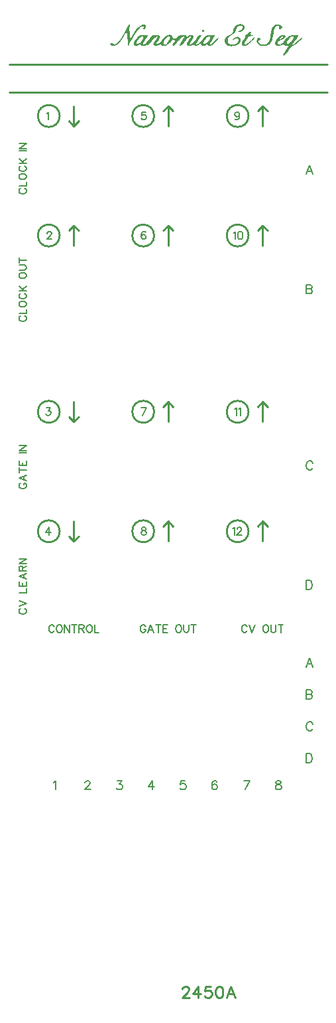
<source format=gto>
G04 Layer: TopSilkscreenLayer*
G04 EasyEDA v6.5.34, 2023-10-02 19:34:43*
G04 64a6683610fa45038fb05069313a4abf,5a6b42c53f6a479593ecc07194224c93,10*
G04 Gerber Generator version 0.2*
G04 Scale: 100 percent, Rotated: No, Reflected: No *
G04 Dimensions in millimeters *
G04 leading zeros omitted , absolute positions ,4 integer and 5 decimal *
%FSLAX45Y45*%
%MOMM*%

%ADD10C,0.2540*%
%ADD11C,0.2032*%

%LPD*%
G36*
X2953562Y12690957D02*
G01*
X2948228Y12690754D01*
X2942793Y12690246D01*
X2937306Y12689382D01*
X2931871Y12688163D01*
X2926384Y12686639D01*
X2921000Y12684709D01*
X2915666Y12682474D01*
X2910433Y12679781D01*
X2905302Y12676784D01*
X2900324Y12673380D01*
X2895498Y12669570D01*
X2890875Y12665405D01*
X2885186Y12659410D01*
X2880106Y12653264D01*
X2875737Y12647015D01*
X2872079Y12640767D01*
X2869133Y12634468D01*
X2866999Y12628321D01*
X2865678Y12622276D01*
X2865221Y12616484D01*
X2864866Y12605816D01*
X2864358Y12601194D01*
X2863596Y12596977D01*
X2862478Y12593066D01*
X2860954Y12589408D01*
X2858973Y12585954D01*
X2856534Y12582601D01*
X2853486Y12579299D01*
X2849880Y12575997D01*
X2845562Y12572593D01*
X2840532Y12569037D01*
X2828036Y12561214D01*
X2811983Y12551968D01*
X2800502Y12544958D01*
X2790291Y12537490D01*
X2781350Y12529616D01*
X2777388Y12525603D01*
X2773730Y12521488D01*
X2770428Y12517323D01*
X2767431Y12513106D01*
X2764790Y12508839D01*
X2762453Y12504521D01*
X2760472Y12500203D01*
X2758846Y12495885D01*
X2757525Y12491516D01*
X2756560Y12487148D01*
X2755900Y12482779D01*
X2755595Y12478461D01*
X2755646Y12474143D01*
X2756052Y12469825D01*
X2756763Y12465558D01*
X2757881Y12461341D01*
X2759303Y12457176D01*
X2761081Y12453061D01*
X2763215Y12449048D01*
X2765704Y12445034D01*
X2768549Y12441174D01*
X2771749Y12437364D01*
X2775305Y12433706D01*
X2779217Y12430099D01*
X2783484Y12426645D01*
X2788158Y12423292D01*
X2792272Y12420701D01*
X2796590Y12418415D01*
X2801162Y12416434D01*
X2805938Y12414707D01*
X2810865Y12413284D01*
X2815945Y12412116D01*
X2821228Y12411202D01*
X2826613Y12410541D01*
X2837637Y12409932D01*
X2849016Y12410287D01*
X2854807Y12410795D01*
X2866339Y12412472D01*
X2877870Y12414961D01*
X2889199Y12418212D01*
X2900172Y12422225D01*
X2910687Y12426848D01*
X2920644Y12432080D01*
X2929788Y12437872D01*
X2934055Y12440970D01*
X2941828Y12447524D01*
X2945333Y12450978D01*
X2948533Y12454534D01*
X2951378Y12458141D01*
X2953969Y12461900D01*
X2956153Y12465710D01*
X2958033Y12469571D01*
X2959506Y12473533D01*
X2960573Y12477597D01*
X2961182Y12481661D01*
X2961436Y12485827D01*
X2961182Y12491212D01*
X2960471Y12496292D01*
X2959303Y12501067D01*
X2957677Y12505436D01*
X2955645Y12509500D01*
X2953258Y12513208D01*
X2950514Y12516510D01*
X2947416Y12519456D01*
X2943961Y12521996D01*
X2940253Y12524181D01*
X2936290Y12526010D01*
X2932074Y12527381D01*
X2927604Y12528346D01*
X2922981Y12528956D01*
X2918104Y12529108D01*
X2913126Y12528854D01*
X2908046Y12528143D01*
X2902813Y12527026D01*
X2897479Y12525451D01*
X2892094Y12523419D01*
X2886710Y12520930D01*
X2881274Y12517983D01*
X2875838Y12514580D01*
X2870454Y12510719D01*
X2863697Y12505334D01*
X2858414Y12500660D01*
X2854553Y12496749D01*
X2852115Y12493599D01*
X2851099Y12491262D01*
X2851404Y12489738D01*
X2853029Y12489129D01*
X2855976Y12489383D01*
X2860192Y12490602D01*
X2865628Y12492786D01*
X2872333Y12495936D01*
X2885744Y12503048D01*
X2891078Y12505436D01*
X2896158Y12507264D01*
X2900934Y12508687D01*
X2905455Y12509601D01*
X2909722Y12510058D01*
X2913684Y12510109D01*
X2917342Y12509754D01*
X2920644Y12508992D01*
X2923641Y12507874D01*
X2926283Y12506452D01*
X2928569Y12504674D01*
X2930499Y12502591D01*
X2932074Y12500203D01*
X2933242Y12497562D01*
X2934055Y12494717D01*
X2934411Y12491618D01*
X2934360Y12488316D01*
X2933903Y12484811D01*
X2932938Y12481204D01*
X2931566Y12477394D01*
X2929737Y12473482D01*
X2927451Y12469520D01*
X2924657Y12465405D01*
X2921355Y12461290D01*
X2917545Y12457074D01*
X2913227Y12452908D01*
X2908350Y12448692D01*
X2903626Y12445034D01*
X2898800Y12441732D01*
X2893872Y12438786D01*
X2888945Y12436195D01*
X2883966Y12433960D01*
X2878988Y12432030D01*
X2874010Y12430506D01*
X2869031Y12429286D01*
X2864104Y12428372D01*
X2859176Y12427813D01*
X2854350Y12427559D01*
X2849575Y12427610D01*
X2844901Y12428016D01*
X2840329Y12428677D01*
X2835859Y12429642D01*
X2831541Y12430912D01*
X2827375Y12432487D01*
X2823362Y12434316D01*
X2819552Y12436449D01*
X2815945Y12438837D01*
X2812542Y12441478D01*
X2809392Y12444425D01*
X2806446Y12447574D01*
X2803753Y12451029D01*
X2801366Y12454686D01*
X2799283Y12458598D01*
X2797454Y12462764D01*
X2795981Y12467132D01*
X2794863Y12471755D01*
X2794050Y12476581D01*
X2793644Y12481661D01*
X2793593Y12486894D01*
X2793847Y12491415D01*
X2794355Y12495784D01*
X2795168Y12500000D01*
X2796286Y12504064D01*
X2797657Y12508077D01*
X2799384Y12511938D01*
X2801467Y12515748D01*
X2803855Y12519507D01*
X2806598Y12523165D01*
X2809697Y12526822D01*
X2817063Y12534036D01*
X2826054Y12541300D01*
X2836773Y12548666D01*
X2849372Y12556286D01*
X2863850Y12564262D01*
X2869996Y12567869D01*
X2875635Y12571933D01*
X2880664Y12576352D01*
X2885135Y12581128D01*
X2888945Y12586157D01*
X2892044Y12591440D01*
X2894380Y12596926D01*
X2896006Y12602514D01*
X2899968Y12618923D01*
X2902204Y12626136D01*
X2904591Y12632791D01*
X2907131Y12638836D01*
X2909874Y12644374D01*
X2912872Y12649301D01*
X2916021Y12653670D01*
X2919425Y12657582D01*
X2923082Y12660985D01*
X2926994Y12663881D01*
X2931160Y12666268D01*
X2935630Y12668250D01*
X2940354Y12669824D01*
X2945434Y12670942D01*
X2950819Y12671653D01*
X2957525Y12672060D01*
X2963468Y12672009D01*
X2968701Y12671501D01*
X2973222Y12670485D01*
X2976981Y12669012D01*
X2980080Y12667030D01*
X2982366Y12664592D01*
X2983992Y12661696D01*
X2985312Y12656769D01*
X2985617Y12651587D01*
X2984957Y12646202D01*
X2983433Y12640818D01*
X2981096Y12635484D01*
X2977997Y12630302D01*
X2974238Y12625374D01*
X2969869Y12620802D01*
X2965043Y12616789D01*
X2959709Y12613335D01*
X2954070Y12610592D01*
X2940761Y12606274D01*
X2934716Y12603276D01*
X2930093Y12599924D01*
X2927146Y12596520D01*
X2926080Y12593320D01*
X2926943Y12590678D01*
X2930042Y12588900D01*
X2935528Y12588240D01*
X2940761Y12588494D01*
X2946349Y12589408D01*
X2952089Y12590780D01*
X2957931Y12592659D01*
X2963875Y12594945D01*
X2969768Y12597587D01*
X2975508Y12600584D01*
X2981147Y12603886D01*
X2986481Y12607391D01*
X2991459Y12611100D01*
X2996031Y12614960D01*
X3000146Y12618923D01*
X3003702Y12622936D01*
X3006598Y12626949D01*
X3008782Y12630912D01*
X3010204Y12634772D01*
X3011220Y12639852D01*
X3011728Y12644780D01*
X3011678Y12649454D01*
X3011170Y12653924D01*
X3010103Y12658191D01*
X3008630Y12662255D01*
X3006699Y12666014D01*
X3004362Y12669570D01*
X3001619Y12672872D01*
X2998571Y12675920D01*
X2995168Y12678714D01*
X2991408Y12681204D01*
X2987446Y12683490D01*
X2983179Y12685420D01*
X2978658Y12687096D01*
X2973984Y12688468D01*
X2969056Y12689586D01*
X2964027Y12690348D01*
X2958846Y12690805D01*
G37*
G36*
X1536192Y12690094D02*
G01*
X1534820Y12689687D01*
X1533093Y12688468D01*
X1531061Y12686487D01*
X1526184Y12680492D01*
X1520291Y12671958D01*
X1513636Y12661239D01*
X1506423Y12648641D01*
X1498803Y12634468D01*
X1491030Y12619126D01*
X1474622Y12585649D01*
X1466189Y12569545D01*
X1457706Y12554153D01*
X1449222Y12539573D01*
X1440789Y12525756D01*
X1432407Y12512802D01*
X1424127Y12500660D01*
X1415999Y12489484D01*
X1407972Y12479172D01*
X1400149Y12469825D01*
X1392529Y12461494D01*
X1385112Y12454128D01*
X1378000Y12447879D01*
X1371142Y12442647D01*
X1364640Y12438583D01*
X1358493Y12435636D01*
X1352702Y12433858D01*
X1347317Y12433300D01*
X1344828Y12433503D01*
X1342390Y12434011D01*
X1340104Y12434824D01*
X1337919Y12435941D01*
X1335887Y12437414D01*
X1333957Y12439243D01*
X1332179Y12441377D01*
X1326997Y12446406D01*
X1320800Y12449606D01*
X1314145Y12450724D01*
X1307592Y12449556D01*
X1300988Y12446406D01*
X1296517Y12442748D01*
X1294231Y12438735D01*
X1294028Y12434468D01*
X1295958Y12430048D01*
X1299921Y12425629D01*
X1305966Y12421260D01*
X1313992Y12417094D01*
X1317396Y12415723D01*
X1324305Y12413742D01*
X1331366Y12412726D01*
X1338630Y12412726D01*
X1346047Y12413691D01*
X1353566Y12415672D01*
X1361236Y12418568D01*
X1369009Y12422428D01*
X1376934Y12427254D01*
X1384909Y12433046D01*
X1393037Y12439700D01*
X1401216Y12447371D01*
X1409496Y12455906D01*
X1417878Y12465354D01*
X1426260Y12475718D01*
X1434744Y12486995D01*
X1443228Y12499187D01*
X1451762Y12512192D01*
X1460347Y12526162D01*
X1468932Y12540945D01*
X1479346Y12559792D01*
X1488846Y12576403D01*
X1492402Y12582093D01*
X1495298Y12586106D01*
X1497685Y12588494D01*
X1499616Y12589459D01*
X1501241Y12588951D01*
X1502664Y12587173D01*
X1503934Y12584125D01*
X1505254Y12579959D01*
X1507286Y12571933D01*
X1508607Y12564567D01*
X1511350Y12543942D01*
X1513941Y12517932D01*
X1516024Y12489535D01*
X1520393Y12409678D01*
X1520698Y12409728D01*
X1522831Y12412827D01*
X1532585Y12429388D01*
X1548028Y12457176D01*
X1577238Y12511227D01*
X1585925Y12526772D01*
X1594612Y12541707D01*
X1603248Y12555931D01*
X1611833Y12569444D01*
X1620316Y12582194D01*
X1628749Y12594132D01*
X1636979Y12605308D01*
X1645107Y12615570D01*
X1653032Y12625019D01*
X1660702Y12633502D01*
X1668170Y12641021D01*
X1675333Y12647625D01*
X1682191Y12653162D01*
X1688744Y12657683D01*
X1694942Y12661087D01*
X1697888Y12662408D01*
X1703527Y12664135D01*
X1706168Y12664592D01*
X1708708Y12664744D01*
X1715312Y12663678D01*
X1718868Y12660172D01*
X1719529Y12653619D01*
X1716074Y12635788D01*
X1715770Y12629794D01*
X1716684Y12625578D01*
X1718716Y12623190D01*
X1721815Y12622631D01*
X1725930Y12624003D01*
X1731010Y12627203D01*
X1736902Y12632436D01*
X1740560Y12636652D01*
X1743354Y12641427D01*
X1745437Y12646558D01*
X1746707Y12651943D01*
X1747215Y12657378D01*
X1747012Y12662763D01*
X1746046Y12667945D01*
X1744421Y12672771D01*
X1742084Y12677140D01*
X1739087Y12680797D01*
X1735378Y12683693D01*
X1731111Y12685623D01*
X1727606Y12686538D01*
X1724050Y12687147D01*
X1720392Y12687503D01*
X1712975Y12687249D01*
X1709166Y12686741D01*
X1701342Y12684760D01*
X1697329Y12683388D01*
X1689201Y12679730D01*
X1685086Y12677546D01*
X1676704Y12672263D01*
X1668170Y12665913D01*
X1659483Y12658547D01*
X1650695Y12650114D01*
X1641805Y12640665D01*
X1632864Y12630251D01*
X1623872Y12618872D01*
X1614830Y12606477D01*
X1605788Y12593218D01*
X1596745Y12578994D01*
X1587754Y12563856D01*
X1578813Y12547854D01*
X1548384Y12491720D01*
X1541526Y12581229D01*
X1539849Y12613640D01*
X1539494Y12628524D01*
X1539443Y12642037D01*
X1539748Y12653670D01*
X1540306Y12663068D01*
X1541221Y12669875D01*
X1543710Y12680137D01*
X1543405Y12685725D01*
X1540916Y12689078D01*
G37*
G36*
X3428847Y12688316D02*
G01*
X3423818Y12688062D01*
X3418789Y12687452D01*
X3413861Y12686538D01*
X3408934Y12685268D01*
X3404158Y12683693D01*
X3399485Y12681712D01*
X3394964Y12679375D01*
X3390646Y12676682D01*
X3384092Y12671602D01*
X3378047Y12665710D01*
X3372459Y12659004D01*
X3367328Y12651384D01*
X3364890Y12647218D01*
X3360420Y12638176D01*
X3356356Y12628168D01*
X3352749Y12617145D01*
X3349447Y12605054D01*
X3346551Y12591897D01*
X3344011Y12577572D01*
X3341827Y12562027D01*
X3339846Y12545212D01*
X3337712Y12529566D01*
X3335426Y12515900D01*
X3332734Y12503912D01*
X3329686Y12493294D01*
X3325977Y12483795D01*
X3323945Y12479274D01*
X3319221Y12470790D01*
X3313633Y12462560D01*
X3307079Y12454331D01*
X3299460Y12445796D01*
X3295243Y12441783D01*
X3290620Y12438227D01*
X3285591Y12435179D01*
X3280206Y12432588D01*
X3274567Y12430506D01*
X3268675Y12428880D01*
X3262629Y12427712D01*
X3256432Y12427102D01*
X3250133Y12426899D01*
X3243834Y12427254D01*
X3237534Y12428118D01*
X3231286Y12429439D01*
X3225139Y12431318D01*
X3219145Y12433655D01*
X3213404Y12436500D01*
X3207918Y12439904D01*
X3202787Y12443968D01*
X3198469Y12448540D01*
X3194862Y12453467D01*
X3192119Y12458547D01*
X3190189Y12463678D01*
X3189071Y12468656D01*
X3188868Y12473330D01*
X3189528Y12477496D01*
X3191103Y12481052D01*
X3193643Y12483795D01*
X3197148Y12485573D01*
X3207359Y12487249D01*
X3211423Y12490145D01*
X3213709Y12494361D01*
X3214370Y12499390D01*
X3213303Y12504724D01*
X3210610Y12509855D01*
X3206292Y12514326D01*
X3200349Y12517577D01*
X3195370Y12518694D01*
X3190494Y12518440D01*
X3185769Y12516916D01*
X3181350Y12514275D01*
X3177235Y12510668D01*
X3173628Y12506198D01*
X3170529Y12501016D01*
X3168091Y12495276D01*
X3166414Y12489078D01*
X3165500Y12482576D01*
X3165551Y12475921D01*
X3166618Y12469164D01*
X3168142Y12463678D01*
X3170123Y12458446D01*
X3172409Y12453416D01*
X3175101Y12448641D01*
X3178098Y12444120D01*
X3181451Y12439853D01*
X3185109Y12435890D01*
X3189071Y12432131D01*
X3193288Y12428728D01*
X3197809Y12425527D01*
X3202533Y12422632D01*
X3207512Y12420041D01*
X3212693Y12417755D01*
X3218129Y12415774D01*
X3223666Y12414097D01*
X3229406Y12412726D01*
X3235299Y12411659D01*
X3241344Y12410897D01*
X3247491Y12410490D01*
X3253740Y12410440D01*
X3260090Y12410694D01*
X3266490Y12411303D01*
X3272942Y12412268D01*
X3279444Y12413589D01*
X3285947Y12415266D01*
X3292500Y12417348D01*
X3299002Y12419736D01*
X3309670Y12424562D01*
X3317544Y12429032D01*
X3324758Y12434112D01*
X3331362Y12439904D01*
X3334512Y12443053D01*
X3340303Y12450013D01*
X3343046Y12453823D01*
X3348177Y12462205D01*
X3352850Y12471552D01*
X3357168Y12482017D01*
X3361131Y12493701D01*
X3364788Y12506655D01*
X3368243Y12520930D01*
X3371443Y12536678D01*
X3377539Y12573203D01*
X3380892Y12591694D01*
X3384499Y12608052D01*
X3388360Y12622428D01*
X3390392Y12628880D01*
X3394710Y12640310D01*
X3399434Y12649911D01*
X3401923Y12653975D01*
X3404514Y12657632D01*
X3407206Y12660884D01*
X3410000Y12663678D01*
X3412947Y12666014D01*
X3415995Y12667996D01*
X3419144Y12669570D01*
X3422446Y12670688D01*
X3425850Y12671450D01*
X3429406Y12671856D01*
X3433114Y12671856D01*
X3436975Y12671450D01*
X3441598Y12670536D01*
X3445408Y12669113D01*
X3448456Y12667132D01*
X3450691Y12664490D01*
X3452266Y12661087D01*
X3453129Y12656870D01*
X3453485Y12651740D01*
X3453028Y12639446D01*
X3453231Y12634264D01*
X3453892Y12630099D01*
X3455009Y12626848D01*
X3456584Y12624612D01*
X3458667Y12623342D01*
X3461156Y12623038D01*
X3464153Y12623647D01*
X3467608Y12625273D01*
X3471570Y12627864D01*
X3475990Y12631420D01*
X3480866Y12635941D01*
X3483914Y12639243D01*
X3486302Y12642545D01*
X3488029Y12645796D01*
X3489198Y12649047D01*
X3489756Y12652248D01*
X3489807Y12655397D01*
X3489299Y12658496D01*
X3488334Y12661493D01*
X3486861Y12664389D01*
X3485032Y12667183D01*
X3482746Y12669875D01*
X3480054Y12672466D01*
X3477056Y12674854D01*
X3473704Y12677140D01*
X3470097Y12679222D01*
X3462070Y12682829D01*
X3457701Y12684353D01*
X3448507Y12686690D01*
X3443732Y12687503D01*
X3438804Y12688062D01*
X3433876Y12688316D01*
G37*
G36*
X2471978Y12620853D02*
G01*
X2467203Y12618466D01*
X2464460Y12613284D01*
X2463596Y12605207D01*
X2464460Y12597130D01*
X2467203Y12591948D01*
X2471978Y12589560D01*
X2478887Y12589814D01*
X2484831Y12591948D01*
X2489657Y12595555D01*
X2492959Y12600127D01*
X2494178Y12605207D01*
X2492959Y12610287D01*
X2489657Y12614910D01*
X2484831Y12618516D01*
X2478887Y12620599D01*
G37*
G36*
X3081934Y12596571D02*
G01*
X3078073Y12595961D01*
X3073857Y12594539D01*
X3069437Y12592253D01*
X3064967Y12589154D01*
X3060547Y12585293D01*
X3056280Y12580721D01*
X3045764Y12567208D01*
X3038398Y12560452D01*
X3031185Y12555880D01*
X3024987Y12554204D01*
X3020161Y12553340D01*
X3016961Y12550851D01*
X3015742Y12547142D01*
X3017113Y12539522D01*
X3016808Y12535662D01*
X3015742Y12530988D01*
X3014014Y12525756D01*
X3011627Y12520066D01*
X3008680Y12514122D01*
X3005226Y12508077D01*
X2996082Y12494412D01*
X2987344Y12480493D01*
X2983839Y12474194D01*
X2980893Y12468301D01*
X2978505Y12462764D01*
X2976626Y12457633D01*
X2975305Y12452807D01*
X2974543Y12448286D01*
X2974289Y12444069D01*
X2974543Y12440107D01*
X2975356Y12436398D01*
X2976626Y12432842D01*
X2978454Y12429540D01*
X2980791Y12426340D01*
X2983585Y12423292D01*
X2989478Y12417958D01*
X2994914Y12414046D01*
X3000146Y12411557D01*
X3005480Y12410440D01*
X3011271Y12410643D01*
X3017774Y12412167D01*
X3025241Y12415012D01*
X3034080Y12419126D01*
X3042361Y12423952D01*
X3052013Y12430760D01*
X3062630Y12439142D01*
X3073806Y12448641D01*
X3085134Y12458954D01*
X3096260Y12469622D01*
X3106775Y12480340D01*
X3116275Y12490602D01*
X3124301Y12500102D01*
X3130550Y12508433D01*
X3132836Y12511989D01*
X3134563Y12515138D01*
X3135579Y12517780D01*
X3135934Y12519863D01*
X3135325Y12521946D01*
X3133598Y12522454D01*
X3130854Y12521539D01*
X3127146Y12519202D01*
X3122676Y12515596D01*
X3117443Y12510668D01*
X3111550Y12504572D01*
X3100832Y12492532D01*
X3091383Y12482779D01*
X3080969Y12472974D01*
X3069996Y12463373D01*
X3058820Y12454382D01*
X3047847Y12446152D01*
X3037382Y12439040D01*
X3027883Y12433249D01*
X3019704Y12429134D01*
X3016199Y12427813D01*
X3013151Y12426950D01*
X3010611Y12426696D01*
X3008020Y12427153D01*
X3006293Y12428524D01*
X3005328Y12430861D01*
X3005175Y12434112D01*
X3005886Y12438227D01*
X3007360Y12443256D01*
X3009646Y12449200D01*
X3012744Y12456058D01*
X3016656Y12463780D01*
X3021330Y12472365D01*
X3033166Y12492126D01*
X3044190Y12509296D01*
X3048914Y12515951D01*
X3053232Y12521488D01*
X3057347Y12526010D01*
X3061309Y12529566D01*
X3065322Y12532309D01*
X3069437Y12534341D01*
X3073857Y12535763D01*
X3078632Y12536627D01*
X3083966Y12537084D01*
X3089910Y12537186D01*
X3101086Y12537846D01*
X3110179Y12539675D01*
X3116376Y12542418D01*
X3118662Y12545720D01*
X3116783Y12549022D01*
X3111703Y12551714D01*
X3104235Y12553543D01*
X3095040Y12554204D01*
X3084118Y12554661D01*
X3078581Y12556337D01*
X3077972Y12559487D01*
X3086049Y12569240D01*
X3089351Y12574879D01*
X3091637Y12580569D01*
X3092450Y12585649D01*
X3091942Y12589814D01*
X3090519Y12592913D01*
X3088284Y12595098D01*
X3085388Y12596317D01*
G37*
G36*
X2049475Y12554204D02*
G01*
X2045157Y12554000D01*
X2040686Y12553492D01*
X2036114Y12552578D01*
X2031390Y12551359D01*
X2021738Y12547955D01*
X2016810Y12545822D01*
X2006904Y12540691D01*
X2001926Y12537795D01*
X1992122Y12531242D01*
X1982571Y12523825D01*
X1973478Y12515748D01*
X1964893Y12507061D01*
X1957070Y12497917D01*
X1950161Y12488367D01*
X1947062Y12483490D01*
X1941372Y12473838D01*
X1937664Y12469012D01*
X1933295Y12464084D01*
X1928418Y12459208D01*
X1923186Y12454483D01*
X1917649Y12449911D01*
X1909878Y12444222D01*
X1974494Y12444222D01*
X1974748Y12449251D01*
X1975408Y12454382D01*
X1976577Y12459614D01*
X1978101Y12464897D01*
X1980031Y12470282D01*
X1982266Y12475616D01*
X1984806Y12480950D01*
X1987651Y12486233D01*
X1994052Y12496495D01*
X2001215Y12506096D01*
X2004974Y12510617D01*
X2012797Y12518847D01*
X2016810Y12522555D01*
X2020773Y12525857D01*
X2024735Y12528804D01*
X2028647Y12531344D01*
X2032457Y12533426D01*
X2036165Y12535052D01*
X2039721Y12536170D01*
X2043125Y12536728D01*
X2046325Y12536728D01*
X2049272Y12536170D01*
X2051913Y12534950D01*
X2054301Y12533020D01*
X2056333Y12530429D01*
X2057247Y12527686D01*
X2057298Y12523825D01*
X2056485Y12519101D01*
X2054961Y12513564D01*
X2052777Y12507366D01*
X2050034Y12500711D01*
X2046833Y12493752D01*
X2043175Y12486589D01*
X2039162Y12479375D01*
X2034895Y12472314D01*
X2030475Y12465507D01*
X2025954Y12459106D01*
X2021382Y12453264D01*
X2016912Y12448133D01*
X2012543Y12443815D01*
X2008428Y12440564D01*
X1999284Y12434570D01*
X1991817Y12430455D01*
X1985924Y12428067D01*
X1981403Y12427610D01*
X1978152Y12428931D01*
X1976018Y12432131D01*
X1974850Y12437262D01*
X1974494Y12444222D01*
X1909878Y12444222D01*
X1900936Y12438430D01*
X1895805Y12435586D01*
X1891030Y12433452D01*
X1886864Y12431979D01*
X1883359Y12431369D01*
X1880717Y12431674D01*
X1878990Y12432995D01*
X1878431Y12435433D01*
X1878939Y12438126D01*
X1880565Y12442088D01*
X1883054Y12447117D01*
X1886356Y12453061D01*
X1894941Y12466777D01*
X1914194Y12494107D01*
X1921002Y12505029D01*
X1925929Y12514529D01*
X1927656Y12518796D01*
X1928875Y12522758D01*
X1929638Y12526365D01*
X1929892Y12529718D01*
X1929587Y12532766D01*
X1928825Y12535560D01*
X1927555Y12538100D01*
X1925726Y12540386D01*
X1923389Y12542418D01*
X1920544Y12544196D01*
X1917141Y12545771D01*
X1913229Y12547142D01*
X1908759Y12548311D01*
X1898243Y12550089D01*
X1885492Y12551156D01*
X1830374Y12553035D01*
X1796135Y12504521D01*
X1786940Y12492837D01*
X1776882Y12481153D01*
X1766366Y12469825D01*
X1755698Y12459157D01*
X1745234Y12449505D01*
X1735277Y12441123D01*
X1726234Y12434366D01*
X1718411Y12429540D01*
X1715058Y12427966D01*
X1712163Y12427000D01*
X1709724Y12426696D01*
X1708302Y12427000D01*
X1707388Y12427915D01*
X1706930Y12429490D01*
X1707032Y12431623D01*
X1707642Y12434366D01*
X1710232Y12441529D01*
X1714754Y12450876D01*
X1721053Y12462256D01*
X1729181Y12475514D01*
X1739036Y12490653D01*
X1750415Y12507468D01*
X1760778Y12523419D01*
X1768602Y12536424D01*
X1773021Y12544806D01*
X1773580Y12546787D01*
X1772564Y12547955D01*
X1769618Y12549022D01*
X1764893Y12550038D01*
X1758696Y12550952D01*
X1742592Y12552375D01*
X1722882Y12553086D01*
X1703324Y12552984D01*
X1695297Y12552629D01*
X1688134Y12551918D01*
X1681784Y12550851D01*
X1676044Y12549327D01*
X1670659Y12547396D01*
X1665528Y12544907D01*
X1660448Y12541808D01*
X1655267Y12538151D01*
X1643888Y12528600D01*
X1634185Y12519355D01*
X1625600Y12509906D01*
X1618132Y12500356D01*
X1611731Y12490856D01*
X1606397Y12481407D01*
X1602181Y12472212D01*
X1599031Y12463272D01*
X1596948Y12454788D01*
X1595882Y12446812D01*
X1595806Y12443968D01*
X1625803Y12443968D01*
X1626057Y12448286D01*
X1627174Y12453264D01*
X1629105Y12458903D01*
X1631797Y12465050D01*
X1635251Y12471654D01*
X1639366Y12478613D01*
X1644142Y12485827D01*
X1649475Y12493193D01*
X1655368Y12500610D01*
X1661718Y12507976D01*
X1667052Y12513665D01*
X1672132Y12518694D01*
X1677060Y12523165D01*
X1681734Y12526975D01*
X1686204Y12530124D01*
X1690370Y12532715D01*
X1694281Y12534646D01*
X1697837Y12535916D01*
X1701088Y12536525D01*
X1703984Y12536525D01*
X1706473Y12535814D01*
X1708556Y12534442D01*
X1710232Y12532410D01*
X1711452Y12529667D01*
X1712214Y12526264D01*
X1712468Y12522149D01*
X1712112Y12517628D01*
X1711147Y12512852D01*
X1709572Y12507823D01*
X1707438Y12502591D01*
X1704848Y12497257D01*
X1698294Y12486386D01*
X1694535Y12481001D01*
X1686102Y12470384D01*
X1676907Y12460528D01*
X1667357Y12451689D01*
X1662531Y12447828D01*
X1657807Y12444374D01*
X1653184Y12441428D01*
X1648714Y12438938D01*
X1644446Y12437059D01*
X1640433Y12435840D01*
X1636776Y12435230D01*
X1633423Y12435382D01*
X1630476Y12436297D01*
X1628038Y12438024D01*
X1626412Y12440513D01*
X1625803Y12443968D01*
X1595806Y12443968D01*
X1595882Y12439396D01*
X1596288Y12435992D01*
X1596948Y12432741D01*
X1597863Y12429693D01*
X1599031Y12426899D01*
X1600454Y12424308D01*
X1602130Y12421971D01*
X1604060Y12419888D01*
X1606296Y12418060D01*
X1608734Y12416485D01*
X1611426Y12415215D01*
X1614373Y12414300D01*
X1617573Y12413640D01*
X1620977Y12413335D01*
X1624685Y12413386D01*
X1628648Y12413742D01*
X1632813Y12414504D01*
X1637233Y12415672D01*
X1641906Y12417196D01*
X1646834Y12419126D01*
X1659331Y12424918D01*
X1665325Y12427356D01*
X1670253Y12428778D01*
X1674317Y12429236D01*
X1677873Y12428677D01*
X1681022Y12427153D01*
X1684172Y12424562D01*
X1687474Y12421006D01*
X1693164Y12416129D01*
X1700123Y12413284D01*
X1707896Y12412573D01*
X1716227Y12414046D01*
X1724964Y12416180D01*
X1735480Y12417806D01*
X1746351Y12418771D01*
X1760575Y12419025D01*
X1764690Y12419634D01*
X1768805Y12420854D01*
X1772920Y12422733D01*
X1777136Y12425324D01*
X1781556Y12428626D01*
X1786178Y12432792D01*
X1791157Y12437821D01*
X1796542Y12443815D01*
X1808683Y12458801D01*
X1820773Y12474651D01*
X1831238Y12487402D01*
X1841703Y12499136D01*
X1852066Y12509652D01*
X1861972Y12518745D01*
X1871319Y12526314D01*
X1879854Y12532106D01*
X1883714Y12534290D01*
X1887270Y12535966D01*
X1890572Y12537135D01*
X1893468Y12537744D01*
X1896059Y12537795D01*
X1898192Y12537236D01*
X1899920Y12536068D01*
X1900123Y12534442D01*
X1899157Y12531242D01*
X1897024Y12526772D01*
X1893925Y12521082D01*
X1889963Y12514478D01*
X1879752Y12499035D01*
X1867611Y12482118D01*
X1857603Y12467386D01*
X1853692Y12461036D01*
X1850491Y12455296D01*
X1848053Y12450165D01*
X1846275Y12445542D01*
X1845208Y12441326D01*
X1844802Y12437567D01*
X1845056Y12434163D01*
X1846021Y12431064D01*
X1847596Y12428270D01*
X1849882Y12425629D01*
X1852726Y12423140D01*
X1856232Y12420803D01*
X1860397Y12418466D01*
X1865223Y12416536D01*
X1870710Y12415266D01*
X1876704Y12414758D01*
X1883054Y12414859D01*
X1889506Y12415570D01*
X1896008Y12416891D01*
X1902358Y12418669D01*
X1908352Y12421006D01*
X1913889Y12423749D01*
X1918766Y12426899D01*
X1922830Y12430455D01*
X1925929Y12434316D01*
X1929485Y12436703D01*
X1934819Y12435941D01*
X1941575Y12432182D01*
X1954225Y12421260D01*
X1958949Y12417755D01*
X1963674Y12415164D01*
X1968449Y12413335D01*
X1973427Y12412370D01*
X1978710Y12412116D01*
X1984349Y12412624D01*
X1990547Y12413843D01*
X1996541Y12415570D01*
X2002840Y12417907D01*
X2009343Y12420752D01*
X2015947Y12424054D01*
X2022551Y12427762D01*
X2029155Y12431826D01*
X2041855Y12440716D01*
X2047849Y12445441D01*
X2058619Y12455144D01*
X2063292Y12460020D01*
X2067306Y12464796D01*
X2070658Y12469418D01*
X2073300Y12473838D01*
X2078685Y12486030D01*
X2083562Y12490450D01*
X2090369Y12491567D01*
X2099665Y12489738D01*
X2108555Y12486995D01*
X2114956Y12484557D01*
X2119020Y12482017D01*
X2120798Y12478969D01*
X2120341Y12475006D01*
X2117750Y12469723D01*
X2113076Y12462662D01*
X2099005Y12443104D01*
X2093671Y12434925D01*
X2090369Y12428728D01*
X2089150Y12424257D01*
X2089912Y12421209D01*
X2092756Y12419330D01*
X2097532Y12418415D01*
X2104339Y12418161D01*
X2108098Y12418822D01*
X2112416Y12420650D01*
X2117242Y12423546D01*
X2122322Y12427407D01*
X2127554Y12432131D01*
X2132787Y12437567D01*
X2137867Y12443561D01*
X2147265Y12456566D01*
X2157018Y12469418D01*
X2167331Y12481915D01*
X2177897Y12493802D01*
X2188464Y12504775D01*
X2198725Y12514580D01*
X2208377Y12522962D01*
X2212898Y12526568D01*
X2221230Y12532309D01*
X2224887Y12534392D01*
X2228240Y12535916D01*
X2231186Y12536881D01*
X2233676Y12537186D01*
X2238451Y12536474D01*
X2241143Y12534341D01*
X2241550Y12530988D01*
X2239721Y12526568D01*
X2193036Y12454178D01*
X2183841Y12439091D01*
X2177643Y12428118D01*
X2175967Y12424664D01*
X2175357Y12422835D01*
X2176068Y12419990D01*
X2178050Y12418161D01*
X2181098Y12417145D01*
X2184958Y12416993D01*
X2189429Y12417552D01*
X2194356Y12418822D01*
X2199436Y12420701D01*
X2204466Y12423089D01*
X2209241Y12425984D01*
X2213559Y12429236D01*
X2217166Y12432893D01*
X2219909Y12436754D01*
X2222195Y12440666D01*
X2228342Y12449505D01*
X2236165Y12459512D01*
X2245309Y12470282D01*
X2255418Y12481407D01*
X2266035Y12492532D01*
X2276805Y12503251D01*
X2287270Y12513157D01*
X2297125Y12521844D01*
X2305964Y12528956D01*
X2309825Y12531801D01*
X2313330Y12534087D01*
X2316327Y12535763D01*
X2318867Y12536830D01*
X2320798Y12537186D01*
X2323084Y12536474D01*
X2323998Y12534392D01*
X2323592Y12530886D01*
X2321864Y12526010D01*
X2318867Y12519863D01*
X2314549Y12512395D01*
X2309012Y12503708D01*
X2286000Y12470384D01*
X2278938Y12459055D01*
X2276449Y12454382D01*
X2274671Y12450267D01*
X2273503Y12446609D01*
X2272995Y12443358D01*
X2273096Y12440361D01*
X2273757Y12437516D01*
X2274976Y12434773D01*
X2276754Y12432080D01*
X2281885Y12426289D01*
X2290724Y12417653D01*
X2295245Y12413843D01*
X2299309Y12411506D01*
X2303424Y12410694D01*
X2308199Y12411354D01*
X2314194Y12413488D01*
X2339594Y12425832D01*
X2345639Y12428423D01*
X2350566Y12429947D01*
X2354630Y12430455D01*
X2358136Y12429896D01*
X2361336Y12428321D01*
X2364486Y12425680D01*
X2367889Y12422022D01*
X2371191Y12418872D01*
X2375001Y12416485D01*
X2379370Y12414859D01*
X2384094Y12413996D01*
X2389225Y12413843D01*
X2394661Y12414453D01*
X2400300Y12415774D01*
X2406142Y12417755D01*
X2412136Y12420447D01*
X2418130Y12423851D01*
X2424176Y12427915D01*
X2438196Y12438684D01*
X2443937Y12440056D01*
X2448864Y12436398D01*
X2457348Y12422581D01*
X2460244Y12418618D01*
X2463292Y12415469D01*
X2466543Y12413081D01*
X2470048Y12411456D01*
X2473909Y12410643D01*
X2478227Y12410592D01*
X2483002Y12411303D01*
X2488336Y12412726D01*
X2494330Y12414910D01*
X2501087Y12417856D01*
X2515362Y12424816D01*
X2521051Y12427153D01*
X2525776Y12428575D01*
X2529890Y12428931D01*
X2533599Y12428372D01*
X2537104Y12426746D01*
X2540762Y12424156D01*
X2547670Y12417958D01*
X2550718Y12415824D01*
X2553868Y12414148D01*
X2557170Y12412929D01*
X2560523Y12412268D01*
X2564079Y12412065D01*
X2567787Y12412370D01*
X2571699Y12413183D01*
X2575763Y12414554D01*
X2580081Y12416434D01*
X2584602Y12418872D01*
X2589377Y12421870D01*
X2594406Y12425426D01*
X2599690Y12429490D01*
X2605278Y12434163D01*
X2617419Y12445288D01*
X2630881Y12458750D01*
X2644190Y12472924D01*
X2654757Y12484658D01*
X2663190Y12494666D01*
X2669641Y12502845D01*
X2674162Y12509246D01*
X2676702Y12513818D01*
X2677261Y12515392D01*
X2677363Y12516510D01*
X2676956Y12517170D01*
X2676144Y12517323D01*
X2674874Y12517018D01*
X2670962Y12514986D01*
X2665323Y12510973D01*
X2657957Y12504928D01*
X2648966Y12496901D01*
X2638298Y12486843D01*
X2614625Y12463322D01*
X2604312Y12453518D01*
X2595118Y12445238D01*
X2587040Y12438481D01*
X2580132Y12433249D01*
X2574391Y12429490D01*
X2569870Y12427305D01*
X2567990Y12426746D01*
X2566466Y12426543D01*
X2565247Y12426746D01*
X2564282Y12427305D01*
X2563672Y12428220D01*
X2563317Y12429540D01*
X2563571Y12433198D01*
X2565095Y12438329D01*
X2567787Y12444882D01*
X2571800Y12452858D01*
X2577033Y12462256D01*
X2583586Y12473025D01*
X2591409Y12485268D01*
X2611780Y12515748D01*
X2621026Y12530429D01*
X2627223Y12541300D01*
X2628950Y12544856D01*
X2629560Y12546838D01*
X2628544Y12547955D01*
X2625648Y12549073D01*
X2621076Y12550038D01*
X2615082Y12550952D01*
X2599436Y12552375D01*
X2580284Y12553035D01*
X2567127Y12552883D01*
X2555240Y12552172D01*
X2544419Y12550749D01*
X2534462Y12548514D01*
X2529789Y12547041D01*
X2520797Y12543383D01*
X2512263Y12538608D01*
X2503932Y12532664D01*
X2495651Y12525400D01*
X2491435Y12521285D01*
X2482850Y12511887D01*
X2473858Y12500965D01*
X2459431Y12482220D01*
X2448814Y12470079D01*
X2437333Y12458598D01*
X2425649Y12448286D01*
X2419225Y12443206D01*
X2481935Y12443206D01*
X2482189Y12446863D01*
X2483053Y12451130D01*
X2484475Y12455956D01*
X2486456Y12461240D01*
X2491790Y12472771D01*
X2495042Y12478816D01*
X2502458Y12490958D01*
X2506522Y12496850D01*
X2510790Y12502540D01*
X2515108Y12507823D01*
X2519527Y12512649D01*
X2523947Y12516916D01*
X2530398Y12522454D01*
X2536444Y12527127D01*
X2542082Y12530836D01*
X2547264Y12533579D01*
X2551988Y12535458D01*
X2556154Y12536373D01*
X2559761Y12536373D01*
X2562758Y12535408D01*
X2565196Y12533528D01*
X2566974Y12530683D01*
X2568041Y12526924D01*
X2568397Y12522149D01*
X2568041Y12517577D01*
X2567076Y12512751D01*
X2565501Y12507671D01*
X2563368Y12502438D01*
X2560726Y12497104D01*
X2557678Y12491669D01*
X2554224Y12486233D01*
X2550414Y12480798D01*
X2546350Y12475464D01*
X2537460Y12465202D01*
X2532786Y12460376D01*
X2528011Y12455855D01*
X2523185Y12451638D01*
X2518359Y12447828D01*
X2513584Y12444425D01*
X2508961Y12441478D01*
X2504440Y12439091D01*
X2500172Y12437211D01*
X2496159Y12435992D01*
X2492400Y12435484D01*
X2489047Y12435636D01*
X2486101Y12436602D01*
X2483612Y12438380D01*
X2482392Y12440361D01*
X2481935Y12443206D01*
X2419225Y12443206D01*
X2414371Y12439599D01*
X2409139Y12436043D01*
X2404211Y12433096D01*
X2399792Y12430810D01*
X2395829Y12429236D01*
X2392476Y12428423D01*
X2389784Y12428524D01*
X2387904Y12429490D01*
X2387701Y12430607D01*
X2388209Y12432690D01*
X2389378Y12435738D01*
X2393645Y12444222D01*
X2400147Y12455499D01*
X2408478Y12468910D01*
X2418334Y12483896D01*
X2431592Y12503302D01*
X2443734Y12521742D01*
X2448102Y12528956D01*
X2451404Y12534950D01*
X2453690Y12539878D01*
X2455011Y12543840D01*
X2455367Y12546939D01*
X2454910Y12549327D01*
X2453538Y12551054D01*
X2451404Y12552273D01*
X2448560Y12553086D01*
X2444902Y12553340D01*
X2440990Y12552680D01*
X2436876Y12551156D01*
X2432608Y12548870D01*
X2428290Y12545771D01*
X2423972Y12541961D01*
X2419705Y12537490D01*
X2400655Y12512903D01*
X2390394Y12500457D01*
X2380132Y12488621D01*
X2369870Y12477445D01*
X2359863Y12467132D01*
X2350160Y12457734D01*
X2340965Y12449352D01*
X2332329Y12442190D01*
X2324404Y12436297D01*
X2317394Y12431776D01*
X2311298Y12428778D01*
X2308707Y12427915D01*
X2306370Y12427458D01*
X2304338Y12427458D01*
X2302662Y12427864D01*
X2301290Y12428778D01*
X2301189Y12430353D01*
X2302306Y12433452D01*
X2304542Y12437922D01*
X2311908Y12450165D01*
X2322322Y12465608D01*
X2332583Y12479934D01*
X2340203Y12491669D01*
X2346706Y12503200D01*
X2351836Y12513818D01*
X2355291Y12523063D01*
X2356307Y12526924D01*
X2356815Y12530277D01*
X2356815Y12532969D01*
X2355443Y12538049D01*
X2352954Y12542418D01*
X2349449Y12546076D01*
X2345080Y12548971D01*
X2339949Y12551054D01*
X2334209Y12552375D01*
X2327960Y12552883D01*
X2321356Y12552527D01*
X2314498Y12551308D01*
X2307488Y12549276D01*
X2300478Y12546279D01*
X2282850Y12536170D01*
X2275941Y12533934D01*
X2271522Y12535662D01*
X2266543Y12544196D01*
X2263546Y12546634D01*
X2259330Y12548616D01*
X2253843Y12550190D01*
X2246985Y12551308D01*
X2238705Y12552019D01*
X2228951Y12552324D01*
X2208479Y12551968D01*
X2200351Y12551511D01*
X2193239Y12550851D01*
X2186889Y12549886D01*
X2181301Y12548666D01*
X2176221Y12547041D01*
X2171649Y12545060D01*
X2167382Y12542570D01*
X2163267Y12539624D01*
X2159254Y12536068D01*
X2155190Y12531953D01*
X2145842Y12521692D01*
X2140915Y12516866D01*
X2136089Y12512852D01*
X2131415Y12509601D01*
X2126894Y12507061D01*
X2122525Y12505283D01*
X2118309Y12504216D01*
X2114245Y12503962D01*
X2110384Y12504420D01*
X2106726Y12505639D01*
X2103272Y12507620D01*
X2100021Y12510363D01*
X2097024Y12513818D01*
X2094179Y12518034D01*
X2091639Y12522962D01*
X2086457Y12536068D01*
X2083511Y12541910D01*
X2080209Y12546330D01*
X2076348Y12549632D01*
X2071573Y12551867D01*
X2065680Y12553289D01*
X2058416Y12554000D01*
G37*
G36*
X3641801Y12552984D02*
G01*
X3628440Y12552273D01*
X3622090Y12551613D01*
X3609898Y12549581D01*
X3604056Y12548260D01*
X3598367Y12546685D01*
X3592880Y12544856D01*
X3582314Y12540488D01*
X3577285Y12537948D01*
X3572357Y12535154D01*
X3567531Y12532106D01*
X3558286Y12525197D01*
X3549497Y12517221D01*
X3545230Y12512852D01*
X3536950Y12503251D01*
X3529025Y12492532D01*
X3521201Y12480950D01*
X3517036Y12475413D01*
X3512769Y12470180D01*
X3508298Y12465202D01*
X3499154Y12456210D01*
X3490190Y12448743D01*
X3547719Y12448743D01*
X3548075Y12452502D01*
X3548938Y12456566D01*
X3550208Y12460986D01*
X3551885Y12465659D01*
X3554018Y12470587D01*
X3559454Y12480950D01*
X3566414Y12491821D01*
X3574796Y12502845D01*
X3579520Y12508382D01*
X3584549Y12513818D01*
X3591051Y12520168D01*
X3597351Y12525552D01*
X3603396Y12529820D01*
X3609086Y12533071D01*
X3614318Y12535255D01*
X3619144Y12536373D01*
X3623360Y12536424D01*
X3627018Y12535408D01*
X3629914Y12533274D01*
X3632098Y12530023D01*
X3633470Y12525705D01*
X3633927Y12520218D01*
X3633520Y12516916D01*
X3632301Y12513005D01*
X3630371Y12508585D01*
X3627831Y12503708D01*
X3624681Y12498527D01*
X3616960Y12487402D01*
X3607815Y12475921D01*
X3597910Y12464694D01*
X3587699Y12454382D01*
X3582720Y12449759D01*
X3577894Y12445644D01*
X3573272Y12442088D01*
X3569004Y12439192D01*
X3565093Y12437008D01*
X3561638Y12435636D01*
X3558692Y12435179D01*
X3555593Y12435484D01*
X3553002Y12436398D01*
X3550920Y12437872D01*
X3549396Y12439904D01*
X3548329Y12442393D01*
X3547770Y12445339D01*
X3547719Y12448743D01*
X3490190Y12448743D01*
X3485134Y12445085D01*
X3480511Y12442037D01*
X3471418Y12437059D01*
X3467049Y12435128D01*
X3462832Y12433554D01*
X3458768Y12432385D01*
X3454908Y12431572D01*
X3451250Y12431217D01*
X3447897Y12431268D01*
X3444798Y12431725D01*
X3442004Y12432639D01*
X3439617Y12434011D01*
X3437534Y12435840D01*
X3435858Y12438075D01*
X3434638Y12440818D01*
X3433826Y12444069D01*
X3433521Y12447778D01*
X3433724Y12451994D01*
X3434435Y12456718D01*
X3436162Y12463475D01*
X3437534Y12466320D01*
X3439414Y12468961D01*
X3442055Y12471654D01*
X3445662Y12474448D01*
X3450437Y12477445D01*
X3456584Y12480899D01*
X3473653Y12489434D01*
X3498596Y12501219D01*
X3504844Y12504369D01*
X3510483Y12507518D01*
X3515563Y12510770D01*
X3520033Y12514072D01*
X3523894Y12517374D01*
X3527196Y12520625D01*
X3529837Y12523876D01*
X3531870Y12527026D01*
X3533343Y12530124D01*
X3534156Y12533122D01*
X3534308Y12535966D01*
X3533901Y12538710D01*
X3532835Y12541199D01*
X3531108Y12543586D01*
X3528771Y12545669D01*
X3525774Y12547549D01*
X3522116Y12549174D01*
X3517849Y12550495D01*
X3512921Y12551511D01*
X3507282Y12552222D01*
X3500678Y12552426D01*
X3494024Y12551867D01*
X3487318Y12550546D01*
X3480511Y12548412D01*
X3473653Y12545568D01*
X3466744Y12541961D01*
X3459683Y12537541D01*
X3452520Y12532360D01*
X3446932Y12527788D01*
X3441649Y12523114D01*
X3436620Y12518288D01*
X3431946Y12513360D01*
X3427526Y12508331D01*
X3419703Y12498070D01*
X3416087Y12492532D01*
X3446170Y12492532D01*
X3467354Y12514884D01*
X3475126Y12522657D01*
X3482136Y12528804D01*
X3488232Y12533274D01*
X3493363Y12535966D01*
X3497427Y12536881D01*
X3500424Y12536068D01*
X3502304Y12533376D01*
X3502914Y12528905D01*
X3502355Y12526975D01*
X3500678Y12524587D01*
X3498087Y12521895D01*
X3494582Y12518948D01*
X3490417Y12515850D01*
X3485591Y12512700D01*
X3480257Y12509550D01*
X3446170Y12492532D01*
X3416087Y12492532D01*
X3413201Y12487706D01*
X3410407Y12482525D01*
X3408019Y12477394D01*
X3405936Y12472263D01*
X3404209Y12467234D01*
X3402837Y12462306D01*
X3401822Y12457480D01*
X3401161Y12452807D01*
X3400907Y12448235D01*
X3401009Y12443866D01*
X3401466Y12439700D01*
X3402329Y12435738D01*
X3403600Y12432030D01*
X3405225Y12428524D01*
X3407308Y12425324D01*
X3409746Y12422428D01*
X3412591Y12419838D01*
X3415893Y12417552D01*
X3419601Y12415621D01*
X3423716Y12414097D01*
X3427729Y12413335D01*
X3432810Y12413132D01*
X3438651Y12413488D01*
X3445154Y12414351D01*
X3452012Y12415672D01*
X3459124Y12417450D01*
X3466185Y12419584D01*
X3483101Y12426137D01*
X3491128Y12428931D01*
X3497630Y12430607D01*
X3502964Y12431166D01*
X3507536Y12430506D01*
X3511854Y12428778D01*
X3516223Y12425832D01*
X3525012Y12418720D01*
X3529076Y12416282D01*
X3533241Y12414402D01*
X3537559Y12413132D01*
X3542029Y12412472D01*
X3546551Y12412370D01*
X3551174Y12412929D01*
X3555796Y12414046D01*
X3562959Y12416180D01*
X3565702Y12416790D01*
X3567785Y12416993D01*
X3569208Y12416637D01*
X3569868Y12415621D01*
X3569817Y12413894D01*
X3568954Y12411354D01*
X3567226Y12407849D01*
X3561079Y12397689D01*
X3551072Y12382601D01*
X3521506Y12339320D01*
X3515614Y12330074D01*
X3506266Y12313716D01*
X3503066Y12307062D01*
X3500932Y12301728D01*
X3500018Y12297968D01*
X3500424Y12295936D01*
X3503066Y12293650D01*
X3505809Y12292076D01*
X3508654Y12291161D01*
X3511600Y12290958D01*
X3514699Y12291466D01*
X3518052Y12292736D01*
X3521608Y12294819D01*
X3525367Y12297664D01*
X3529482Y12301372D01*
X3533901Y12305944D01*
X3543808Y12317730D01*
X3555339Y12333224D01*
X3578351Y12366752D01*
X3587089Y12378893D01*
X3595065Y12389256D01*
X3602583Y12398095D01*
X3609746Y12405614D01*
X3616858Y12412014D01*
X3624122Y12417450D01*
X3631641Y12422124D01*
X3639718Y12426289D01*
X3653129Y12432182D01*
X3658006Y12434671D01*
X3668522Y12441021D01*
X3674059Y12444679D01*
X3685336Y12452908D01*
X3696614Y12461951D01*
X3707536Y12471450D01*
X3717747Y12481052D01*
X3726789Y12490399D01*
X3734308Y12499035D01*
X3739896Y12506706D01*
X3741826Y12510058D01*
X3743147Y12513005D01*
X3743807Y12515494D01*
X3743756Y12517526D01*
X3742893Y12518999D01*
X3741216Y12519202D01*
X3738219Y12517983D01*
X3734054Y12515494D01*
X3728872Y12511938D01*
X3722827Y12507315D01*
X3716172Y12501880D01*
X3690874Y12479223D01*
X3679901Y12469876D01*
X3669029Y12461189D01*
X3658920Y12453569D01*
X3650030Y12447473D01*
X3643020Y12443409D01*
X3621481Y12432639D01*
X3645814Y12469215D01*
X3674668Y12511532D01*
X3682593Y12523470D01*
X3689096Y12534087D01*
X3693464Y12542266D01*
X3694684Y12545060D01*
X3695090Y12546787D01*
X3694125Y12547955D01*
X3691432Y12549022D01*
X3687165Y12550038D01*
X3681476Y12550952D01*
X3666744Y12552324D01*
X3658108Y12552781D01*
G37*
D10*
X2216658Y384047D02*
G01*
X2216658Y390905D01*
X2223515Y404368D01*
X2230374Y411226D01*
X2243836Y418084D01*
X2271268Y418084D01*
X2284729Y411226D01*
X2291588Y404368D01*
X2298445Y390905D01*
X2298445Y377189D01*
X2291588Y363473D01*
X2277872Y343154D01*
X2209800Y274828D01*
X2305304Y274828D01*
X2418334Y418084D02*
G01*
X2350261Y322579D01*
X2452624Y322579D01*
X2418334Y418084D02*
G01*
X2418334Y274828D01*
X2579370Y418084D02*
G01*
X2511043Y418084D01*
X2504440Y356615D01*
X2511043Y363473D01*
X2531618Y370331D01*
X2552191Y370331D01*
X2572511Y363473D01*
X2586227Y349757D01*
X2593086Y329437D01*
X2593086Y315721D01*
X2586227Y295402D01*
X2572511Y281686D01*
X2552191Y274828D01*
X2531618Y274828D01*
X2511043Y281686D01*
X2504440Y288544D01*
X2497581Y302260D01*
X2678938Y418084D02*
G01*
X2658363Y411226D01*
X2644902Y390905D01*
X2638043Y356615D01*
X2638043Y336295D01*
X2644902Y302260D01*
X2658363Y281686D01*
X2678938Y274828D01*
X2692400Y274828D01*
X2712974Y281686D01*
X2726690Y302260D01*
X2733547Y336295D01*
X2733547Y356615D01*
X2726690Y390905D01*
X2712974Y411226D01*
X2692400Y418084D01*
X2678938Y418084D01*
X2832861Y418084D02*
G01*
X2778506Y274828D01*
X2832861Y418084D02*
G01*
X2887472Y274828D01*
X2798825Y322579D02*
G01*
X2867152Y322579D01*
D11*
X2942081Y11537187D02*
G01*
X2937509Y11523471D01*
X2928365Y11514581D01*
X2914650Y11510010D01*
X2910077Y11510010D01*
X2896615Y11514581D01*
X2887472Y11523471D01*
X2882900Y11537187D01*
X2882900Y11541760D01*
X2887472Y11555476D01*
X2896615Y11564365D01*
X2910077Y11568937D01*
X2914650Y11568937D01*
X2928365Y11564365D01*
X2937509Y11555476D01*
X2942081Y11537187D01*
X2942081Y11514581D01*
X2937509Y11491721D01*
X2928365Y11478005D01*
X2914650Y11473434D01*
X2905506Y11473434D01*
X2892043Y11478005D01*
X2887472Y11487150D01*
X2870200Y10026904D02*
G01*
X2879343Y10031476D01*
X2892806Y10044937D01*
X2892806Y9949434D01*
X2950209Y10044937D02*
G01*
X2936493Y10040365D01*
X2927350Y10026904D01*
X2923031Y10004044D01*
X2923031Y9990581D01*
X2927350Y9967721D01*
X2936493Y9954005D01*
X2950209Y9949434D01*
X2959354Y9949434D01*
X2972815Y9954005D01*
X2981959Y9967721D01*
X2986531Y9990581D01*
X2986531Y10004044D01*
X2981959Y10026904D01*
X2972815Y10040365D01*
X2959354Y10044937D01*
X2950209Y10044937D01*
X1743709Y10031476D02*
G01*
X1739138Y10040365D01*
X1725422Y10044937D01*
X1716277Y10044937D01*
X1702815Y10040365D01*
X1693672Y10026904D01*
X1689100Y10004044D01*
X1689100Y9981437D01*
X1693672Y9963150D01*
X1702815Y9954005D01*
X1716277Y9949434D01*
X1720850Y9949434D01*
X1734565Y9954005D01*
X1743709Y9963150D01*
X1748281Y9976865D01*
X1748281Y9981437D01*
X1743709Y9994900D01*
X1734565Y10004044D01*
X1720850Y10008615D01*
X1716277Y10008615D01*
X1702815Y10004044D01*
X1693672Y9994900D01*
X1689100Y9981437D01*
X487171Y10022331D02*
G01*
X487171Y10026904D01*
X491744Y10035794D01*
X496315Y10040365D01*
X505205Y10044937D01*
X523494Y10044937D01*
X532637Y10040365D01*
X537210Y10035794D01*
X541781Y10026904D01*
X541781Y10017760D01*
X537210Y10008615D01*
X528065Y9994900D01*
X482600Y9949434D01*
X546354Y9949434D01*
X1743709Y11568937D02*
G01*
X1698243Y11568937D01*
X1693672Y11528044D01*
X1698243Y11532615D01*
X1711706Y11537187D01*
X1725422Y11537187D01*
X1739138Y11532615D01*
X1748281Y11523471D01*
X1752854Y11510010D01*
X1752854Y11500865D01*
X1748281Y11487150D01*
X1739138Y11478005D01*
X1725422Y11473434D01*
X1711706Y11473434D01*
X1698243Y11478005D01*
X1693672Y11482578D01*
X1689100Y11491721D01*
X482600Y11550904D02*
G01*
X491744Y11555476D01*
X505205Y11568937D01*
X505205Y11473434D01*
X479044Y7797037D02*
G01*
X529081Y7797037D01*
X501650Y7760715D01*
X515365Y7760715D01*
X524510Y7756144D01*
X529081Y7751571D01*
X533654Y7738110D01*
X533654Y7728965D01*
X529081Y7715250D01*
X519937Y7706105D01*
X506221Y7701534D01*
X492505Y7701534D01*
X479044Y7706105D01*
X474471Y7710678D01*
X469900Y7719821D01*
X1752854Y7797037D02*
G01*
X1707388Y7701534D01*
X1689100Y7797037D02*
G01*
X1752854Y7797037D01*
X2882900Y7779004D02*
G01*
X2892043Y7783576D01*
X2905506Y7797037D01*
X2905506Y7701534D01*
X2935731Y7779004D02*
G01*
X2944622Y7783576D01*
X2958338Y7797037D01*
X2958338Y7701534D01*
X515365Y6273037D02*
G01*
X469900Y6209537D01*
X537971Y6209537D01*
X515365Y6273037D02*
G01*
X515365Y6177534D01*
X1711706Y6273037D02*
G01*
X1698243Y6268465D01*
X1693672Y6259576D01*
X1693672Y6250431D01*
X1698243Y6241287D01*
X1707388Y6236715D01*
X1725422Y6232144D01*
X1739138Y6227571D01*
X1748281Y6218681D01*
X1752854Y6209537D01*
X1752854Y6195821D01*
X1748281Y6186678D01*
X1743709Y6182105D01*
X1729993Y6177534D01*
X1711706Y6177534D01*
X1698243Y6182105D01*
X1693672Y6186678D01*
X1689100Y6195821D01*
X1689100Y6209537D01*
X1693672Y6218681D01*
X1702815Y6227571D01*
X1716277Y6232144D01*
X1734565Y6236715D01*
X1743709Y6241287D01*
X1748281Y6250431D01*
X1748281Y6259576D01*
X1743709Y6268465D01*
X1729993Y6273037D01*
X1711706Y6273037D01*
X2857500Y6255004D02*
G01*
X2866643Y6259576D01*
X2880106Y6273037D01*
X2880106Y6177534D01*
X2914650Y6250431D02*
G01*
X2914650Y6255004D01*
X2919222Y6263894D01*
X2923793Y6268465D01*
X2932938Y6273037D01*
X2951225Y6273037D01*
X2960115Y6268465D01*
X2964688Y6263894D01*
X2969259Y6255004D01*
X2969259Y6245860D01*
X2964688Y6236715D01*
X2955797Y6223000D01*
X2910331Y6177534D01*
X2973831Y6177534D01*
X576071Y5005831D02*
G01*
X571754Y5014976D01*
X562610Y5023865D01*
X553465Y5028437D01*
X535178Y5028437D01*
X526287Y5023865D01*
X517144Y5014976D01*
X512571Y5005831D01*
X508000Y4992115D01*
X508000Y4969510D01*
X512571Y4955794D01*
X517144Y4946650D01*
X526287Y4937505D01*
X535178Y4932934D01*
X553465Y4932934D01*
X562610Y4937505D01*
X571754Y4946650D01*
X576071Y4955794D01*
X633476Y5028437D02*
G01*
X624331Y5023865D01*
X615187Y5014976D01*
X610615Y5005831D01*
X606297Y4992115D01*
X606297Y4969510D01*
X610615Y4955794D01*
X615187Y4946650D01*
X624331Y4937505D01*
X633476Y4932934D01*
X651510Y4932934D01*
X660654Y4937505D01*
X669797Y4946650D01*
X674370Y4955794D01*
X678941Y4969510D01*
X678941Y4992115D01*
X674370Y5005831D01*
X669797Y5014976D01*
X660654Y5023865D01*
X651510Y5028437D01*
X633476Y5028437D01*
X708913Y5028437D02*
G01*
X708913Y4932934D01*
X708913Y5028437D02*
G01*
X772668Y4932934D01*
X772668Y5028437D02*
G01*
X772668Y4932934D01*
X834390Y5028437D02*
G01*
X834390Y4932934D01*
X802640Y5028437D02*
G01*
X866140Y5028437D01*
X896111Y5028437D02*
G01*
X896111Y4932934D01*
X896111Y5028437D02*
G01*
X937006Y5028437D01*
X950722Y5023865D01*
X955293Y5019294D01*
X959865Y5010404D01*
X959865Y5001260D01*
X955293Y4992115D01*
X950722Y4987544D01*
X937006Y4982971D01*
X896111Y4982971D01*
X928115Y4982971D02*
G01*
X959865Y4932934D01*
X1017015Y5028437D02*
G01*
X1008125Y5023865D01*
X998981Y5014976D01*
X994409Y5005831D01*
X989838Y4992115D01*
X989838Y4969510D01*
X994409Y4955794D01*
X998981Y4946650D01*
X1008125Y4937505D01*
X1017015Y4932934D01*
X1035304Y4932934D01*
X1044447Y4937505D01*
X1053338Y4946650D01*
X1057909Y4955794D01*
X1062481Y4969510D01*
X1062481Y4992115D01*
X1057909Y5005831D01*
X1053338Y5014976D01*
X1044447Y5023865D01*
X1035304Y5028437D01*
X1017015Y5028437D01*
X1092454Y5028437D02*
G01*
X1092454Y4932934D01*
X1092454Y4932934D02*
G01*
X1147063Y4932934D01*
X1744472Y5005831D02*
G01*
X1740154Y5014976D01*
X1731009Y5023865D01*
X1721865Y5028437D01*
X1703577Y5028437D01*
X1694688Y5023865D01*
X1685543Y5014976D01*
X1680972Y5005831D01*
X1676400Y4992115D01*
X1676400Y4969510D01*
X1680972Y4955794D01*
X1685543Y4946650D01*
X1694688Y4937505D01*
X1703577Y4932934D01*
X1721865Y4932934D01*
X1731009Y4937505D01*
X1740154Y4946650D01*
X1744472Y4955794D01*
X1744472Y4969510D01*
X1721865Y4969510D02*
G01*
X1744472Y4969510D01*
X1811020Y5028437D02*
G01*
X1774697Y4932934D01*
X1811020Y5028437D02*
G01*
X1847341Y4932934D01*
X1788159Y4964937D02*
G01*
X1833625Y4964937D01*
X1909063Y5028437D02*
G01*
X1909063Y4932934D01*
X1877313Y5028437D02*
G01*
X1941068Y5028437D01*
X1971040Y5028437D02*
G01*
X1971040Y4932934D01*
X1971040Y5028437D02*
G01*
X2029968Y5028437D01*
X1971040Y4982971D02*
G01*
X2007361Y4982971D01*
X1971040Y4932934D02*
G01*
X2029968Y4932934D01*
X2157222Y5028437D02*
G01*
X2148331Y5023865D01*
X2139188Y5014976D01*
X2134615Y5005831D01*
X2130043Y4992115D01*
X2130043Y4969510D01*
X2134615Y4955794D01*
X2139188Y4946650D01*
X2148331Y4937505D01*
X2157222Y4932934D01*
X2175509Y4932934D01*
X2184654Y4937505D01*
X2193797Y4946650D01*
X2198115Y4955794D01*
X2202688Y4969510D01*
X2202688Y4992115D01*
X2198115Y5005831D01*
X2193797Y5014976D01*
X2184654Y5023865D01*
X2175509Y5028437D01*
X2157222Y5028437D01*
X2232659Y5028437D02*
G01*
X2232659Y4960365D01*
X2237231Y4946650D01*
X2246375Y4937505D01*
X2260091Y4932934D01*
X2269236Y4932934D01*
X2282697Y4937505D01*
X2291841Y4946650D01*
X2296413Y4960365D01*
X2296413Y5028437D01*
X2358136Y5028437D02*
G01*
X2358136Y4932934D01*
X2326386Y5028437D02*
G01*
X2390140Y5028437D01*
X3039872Y5005831D02*
G01*
X3035554Y5014976D01*
X3026409Y5023865D01*
X3017265Y5028437D01*
X2998977Y5028437D01*
X2990088Y5023865D01*
X2980943Y5014976D01*
X2976372Y5005831D01*
X2971800Y4992115D01*
X2971800Y4969510D01*
X2976372Y4955794D01*
X2980943Y4946650D01*
X2990088Y4937505D01*
X2998977Y4932934D01*
X3017265Y4932934D01*
X3026409Y4937505D01*
X3035554Y4946650D01*
X3039872Y4955794D01*
X3070097Y5028437D02*
G01*
X3106420Y4932934D01*
X3142741Y5028437D02*
G01*
X3106420Y4932934D01*
X3269995Y5028437D02*
G01*
X3260852Y5023865D01*
X3251708Y5014976D01*
X3247136Y5005831D01*
X3242818Y4992115D01*
X3242818Y4969510D01*
X3247136Y4955794D01*
X3251708Y4946650D01*
X3260852Y4937505D01*
X3269995Y4932934D01*
X3288284Y4932934D01*
X3297174Y4937505D01*
X3306318Y4946650D01*
X3310890Y4955794D01*
X3315461Y4969510D01*
X3315461Y4992115D01*
X3310890Y5005831D01*
X3306318Y5014976D01*
X3297174Y5023865D01*
X3288284Y5028437D01*
X3269995Y5028437D01*
X3345434Y5028437D02*
G01*
X3345434Y4960365D01*
X3350006Y4946650D01*
X3359150Y4937505D01*
X3372611Y4932934D01*
X3381756Y4932934D01*
X3395472Y4937505D01*
X3404615Y4946650D01*
X3409188Y4960365D01*
X3409188Y5028437D01*
X3470909Y5028437D02*
G01*
X3470909Y4932934D01*
X3439159Y5028437D02*
G01*
X3502659Y5028437D01*
X150368Y10596371D02*
G01*
X141223Y10592054D01*
X132334Y10582910D01*
X127762Y10573765D01*
X127762Y10555478D01*
X132334Y10546587D01*
X141223Y10537444D01*
X150368Y10532871D01*
X164084Y10528300D01*
X186689Y10528300D01*
X200405Y10532871D01*
X209550Y10537444D01*
X218694Y10546587D01*
X223265Y10555478D01*
X223265Y10573765D01*
X218694Y10582910D01*
X209550Y10592054D01*
X200405Y10596371D01*
X127762Y10626597D02*
G01*
X223265Y10626597D01*
X223265Y10626597D02*
G01*
X223265Y10680954D01*
X127762Y10738358D02*
G01*
X132334Y10729213D01*
X141223Y10720070D01*
X150368Y10715497D01*
X164084Y10710926D01*
X186689Y10710926D01*
X200405Y10715497D01*
X209550Y10720070D01*
X218694Y10729213D01*
X223265Y10738358D01*
X223265Y10756392D01*
X218694Y10765536D01*
X209550Y10774679D01*
X200405Y10779252D01*
X186689Y10783824D01*
X164084Y10783824D01*
X150368Y10779252D01*
X141223Y10774679D01*
X132334Y10765536D01*
X127762Y10756392D01*
X127762Y10738358D01*
X150368Y10881868D02*
G01*
X141223Y10877295D01*
X132334Y10868405D01*
X127762Y10859262D01*
X127762Y10840974D01*
X132334Y10831829D01*
X141223Y10822939D01*
X150368Y10818368D01*
X164084Y10813795D01*
X186689Y10813795D01*
X200405Y10818368D01*
X209550Y10822939D01*
X218694Y10831829D01*
X223265Y10840974D01*
X223265Y10859262D01*
X218694Y10868405D01*
X209550Y10877295D01*
X200405Y10881868D01*
X127762Y10911839D02*
G01*
X223265Y10911839D01*
X127762Y10975594D02*
G01*
X191262Y10911839D01*
X168655Y10934700D02*
G01*
X223265Y10975594D01*
X127762Y11075670D02*
G01*
X223265Y11075670D01*
X127762Y11105642D02*
G01*
X223265Y11105642D01*
X127762Y11105642D02*
G01*
X223265Y11169142D01*
X127762Y11169142D02*
G01*
X223265Y11169142D01*
X150368Y8970771D02*
G01*
X141223Y8966454D01*
X132334Y8957310D01*
X127762Y8948165D01*
X127762Y8929878D01*
X132334Y8920987D01*
X141223Y8911844D01*
X150368Y8907271D01*
X164084Y8902700D01*
X186689Y8902700D01*
X200405Y8907271D01*
X209550Y8911844D01*
X218694Y8920987D01*
X223265Y8929878D01*
X223265Y8948165D01*
X218694Y8957310D01*
X209550Y8966454D01*
X200405Y8970771D01*
X127762Y9000997D02*
G01*
X223265Y9000997D01*
X223265Y9000997D02*
G01*
X223265Y9055354D01*
X127762Y9112758D02*
G01*
X132334Y9103613D01*
X141223Y9094470D01*
X150368Y9089897D01*
X164084Y9085326D01*
X186689Y9085326D01*
X200405Y9089897D01*
X209550Y9094470D01*
X218694Y9103613D01*
X223265Y9112758D01*
X223265Y9130792D01*
X218694Y9139936D01*
X209550Y9149079D01*
X200405Y9153652D01*
X186689Y9158224D01*
X164084Y9158224D01*
X150368Y9153652D01*
X141223Y9149079D01*
X132334Y9139936D01*
X127762Y9130792D01*
X127762Y9112758D01*
X150368Y9256268D02*
G01*
X141223Y9251695D01*
X132334Y9242805D01*
X127762Y9233662D01*
X127762Y9215374D01*
X132334Y9206229D01*
X141223Y9197339D01*
X150368Y9192768D01*
X164084Y9188195D01*
X186689Y9188195D01*
X200405Y9192768D01*
X209550Y9197339D01*
X218694Y9206229D01*
X223265Y9215374D01*
X223265Y9233662D01*
X218694Y9242805D01*
X209550Y9251695D01*
X200405Y9256268D01*
X127762Y9286239D02*
G01*
X223265Y9286239D01*
X127762Y9349994D02*
G01*
X191262Y9286239D01*
X168655Y9309100D02*
G01*
X223265Y9349994D01*
X127762Y9477247D02*
G01*
X132334Y9468104D01*
X141223Y9458960D01*
X150368Y9454642D01*
X164084Y9450070D01*
X186689Y9450070D01*
X200405Y9454642D01*
X209550Y9458960D01*
X218694Y9468104D01*
X223265Y9477247D01*
X223265Y9495536D01*
X218694Y9504426D01*
X209550Y9513570D01*
X200405Y9518142D01*
X186689Y9522713D01*
X164084Y9522713D01*
X150368Y9518142D01*
X141223Y9513570D01*
X132334Y9504426D01*
X127762Y9495536D01*
X127762Y9477247D01*
X127762Y9552686D02*
G01*
X195834Y9552686D01*
X209550Y9557258D01*
X218694Y9566402D01*
X223265Y9579863D01*
X223265Y9589008D01*
X218694Y9602724D01*
X209550Y9611868D01*
X195834Y9616439D01*
X127762Y9616439D01*
X127762Y9678162D02*
G01*
X223265Y9678162D01*
X127762Y9646412D02*
G01*
X127762Y9709912D01*
X150368Y6837171D02*
G01*
X141223Y6832854D01*
X132334Y6823710D01*
X127762Y6814565D01*
X127762Y6796278D01*
X132334Y6787387D01*
X141223Y6778244D01*
X150368Y6773671D01*
X164084Y6769100D01*
X186689Y6769100D01*
X200405Y6773671D01*
X209550Y6778244D01*
X218694Y6787387D01*
X223265Y6796278D01*
X223265Y6814565D01*
X218694Y6823710D01*
X209550Y6832854D01*
X200405Y6837171D01*
X186689Y6837171D01*
X186689Y6814565D02*
G01*
X186689Y6837171D01*
X127762Y6903720D02*
G01*
X223265Y6867397D01*
X127762Y6903720D02*
G01*
X223265Y6940042D01*
X191262Y6880860D02*
G01*
X191262Y6926326D01*
X127762Y7001763D02*
G01*
X223265Y7001763D01*
X127762Y6970013D02*
G01*
X127762Y7033768D01*
X127762Y7063739D02*
G01*
X223265Y7063739D01*
X127762Y7063739D02*
G01*
X127762Y7122668D01*
X173228Y7063739D02*
G01*
X173228Y7100062D01*
X223265Y7063739D02*
G01*
X223265Y7122668D01*
X127762Y7222744D02*
G01*
X223265Y7222744D01*
X127762Y7252715D02*
G01*
X223265Y7252715D01*
X127762Y7252715D02*
G01*
X223265Y7316470D01*
X127762Y7316470D02*
G01*
X223265Y7316470D01*
X150368Y5236971D02*
G01*
X141223Y5232654D01*
X132334Y5223510D01*
X127762Y5214365D01*
X127762Y5196078D01*
X132334Y5187187D01*
X141223Y5178044D01*
X150368Y5173471D01*
X164084Y5168900D01*
X186689Y5168900D01*
X200405Y5173471D01*
X209550Y5178044D01*
X218694Y5187187D01*
X223265Y5196078D01*
X223265Y5214365D01*
X218694Y5223510D01*
X209550Y5232654D01*
X200405Y5236971D01*
X127762Y5267197D02*
G01*
X223265Y5303520D01*
X127762Y5339842D02*
G01*
X223265Y5303520D01*
X127762Y5439918D02*
G01*
X223265Y5439918D01*
X223265Y5439918D02*
G01*
X223265Y5494273D01*
X127762Y5524245D02*
G01*
X223265Y5524245D01*
X127762Y5524245D02*
G01*
X127762Y5583428D01*
X173228Y5524245D02*
G01*
X173228Y5560821D01*
X223265Y5524245D02*
G01*
X223265Y5583428D01*
X127762Y5649721D02*
G01*
X223265Y5613400D01*
X127762Y5649721D02*
G01*
X223265Y5686297D01*
X191262Y5627115D02*
G01*
X191262Y5672581D01*
X127762Y5716270D02*
G01*
X223265Y5716270D01*
X127762Y5716270D02*
G01*
X127762Y5757163D01*
X132334Y5770626D01*
X136905Y5775197D01*
X145795Y5779770D01*
X154939Y5779770D01*
X164084Y5775197D01*
X168655Y5770626D01*
X173228Y5757163D01*
X173228Y5716270D01*
X173228Y5748020D02*
G01*
X223265Y5779770D01*
X127762Y5809742D02*
G01*
X223265Y5809742D01*
X127762Y5809742D02*
G01*
X223265Y5873495D01*
X127762Y5873495D02*
G01*
X223265Y5873495D01*
X3840988Y10890758D02*
G01*
X3797300Y10776204D01*
X3840988Y10890758D02*
G01*
X3884675Y10776204D01*
X3813556Y10814304D02*
G01*
X3868165Y10814304D01*
X3797300Y9366758D02*
G01*
X3797300Y9252204D01*
X3797300Y9366758D02*
G01*
X3846322Y9366758D01*
X3862831Y9361170D01*
X3868165Y9355836D01*
X3873754Y9344913D01*
X3873754Y9333992D01*
X3868165Y9323070D01*
X3862831Y9317481D01*
X3846322Y9312147D01*
X3797300Y9312147D02*
G01*
X3846322Y9312147D01*
X3862831Y9306813D01*
X3868165Y9301226D01*
X3873754Y9290304D01*
X3873754Y9274047D01*
X3868165Y9263126D01*
X3862831Y9257537D01*
X3846322Y9252204D01*
X3797300Y9252204D01*
X3879088Y7091426D02*
G01*
X3873754Y7102347D01*
X3862831Y7113270D01*
X3851909Y7118858D01*
X3830065Y7118858D01*
X3819143Y7113270D01*
X3808222Y7102347D01*
X3802634Y7091426D01*
X3797300Y7075170D01*
X3797300Y7047992D01*
X3802634Y7031481D01*
X3808222Y7020560D01*
X3819143Y7009637D01*
X3830065Y7004304D01*
X3851909Y7004304D01*
X3862831Y7009637D01*
X3873754Y7020560D01*
X3879088Y7031481D01*
X3797300Y5594857D02*
G01*
X3797300Y5480304D01*
X3797300Y5594857D02*
G01*
X3835400Y5594857D01*
X3851909Y5589270D01*
X3862831Y5578347D01*
X3868165Y5567426D01*
X3873754Y5551170D01*
X3873754Y5523992D01*
X3868165Y5507481D01*
X3862831Y5496560D01*
X3851909Y5485637D01*
X3835400Y5480304D01*
X3797300Y5480304D01*
X3840988Y4604257D02*
G01*
X3797300Y4489704D01*
X3840988Y4604257D02*
G01*
X3884675Y4489704D01*
X3813556Y4527804D02*
G01*
X3868165Y4527804D01*
X3797300Y4197857D02*
G01*
X3797300Y4083304D01*
X3797300Y4197857D02*
G01*
X3846322Y4197857D01*
X3862831Y4192270D01*
X3868165Y4186936D01*
X3873754Y4176013D01*
X3873754Y4165092D01*
X3868165Y4154170D01*
X3862831Y4148581D01*
X3846322Y4143247D01*
X3797300Y4143247D02*
G01*
X3846322Y4143247D01*
X3862831Y4137913D01*
X3868165Y4132326D01*
X3873754Y4121404D01*
X3873754Y4105147D01*
X3868165Y4094226D01*
X3862831Y4088637D01*
X3846322Y4083304D01*
X3797300Y4083304D01*
X3879088Y3764026D02*
G01*
X3873754Y3774947D01*
X3862831Y3785870D01*
X3851909Y3791457D01*
X3830065Y3791457D01*
X3819143Y3785870D01*
X3808222Y3774947D01*
X3802634Y3764026D01*
X3797300Y3747770D01*
X3797300Y3720592D01*
X3802634Y3704081D01*
X3808222Y3693160D01*
X3819143Y3682237D01*
X3830065Y3676904D01*
X3851909Y3676904D01*
X3862831Y3682237D01*
X3873754Y3693160D01*
X3879088Y3704081D01*
X3797300Y3385057D02*
G01*
X3797300Y3270504D01*
X3797300Y3385057D02*
G01*
X3835400Y3385057D01*
X3851909Y3379470D01*
X3862831Y3368547D01*
X3868165Y3357626D01*
X3873754Y3341370D01*
X3873754Y3314192D01*
X3868165Y3297681D01*
X3862831Y3286760D01*
X3851909Y3275837D01*
X3835400Y3270504D01*
X3797300Y3270504D01*
X571500Y3020313D02*
G01*
X582421Y3025647D01*
X598678Y3042157D01*
X598678Y2927604D01*
X970534Y3014726D02*
G01*
X970534Y3020313D01*
X976122Y3031236D01*
X981456Y3036570D01*
X992377Y3042157D01*
X1014222Y3042157D01*
X1025143Y3036570D01*
X1030731Y3031236D01*
X1036065Y3020313D01*
X1036065Y3009392D01*
X1030731Y2998470D01*
X1019809Y2982213D01*
X965200Y2927604D01*
X1041654Y2927604D01*
X1382522Y3042157D02*
G01*
X1442465Y3042157D01*
X1409700Y2998470D01*
X1426209Y2998470D01*
X1437131Y2992881D01*
X1442465Y2987547D01*
X1448054Y2971292D01*
X1448054Y2960370D01*
X1442465Y2943860D01*
X1431543Y2932937D01*
X1415288Y2927604D01*
X1398777Y2927604D01*
X1382522Y2932937D01*
X1376934Y2938526D01*
X1371600Y2949447D01*
X1832609Y3042157D02*
G01*
X1778000Y2965704D01*
X1859788Y2965704D01*
X1832609Y3042157D02*
G01*
X1832609Y2927604D01*
X2249931Y3042157D02*
G01*
X2195322Y3042157D01*
X2189734Y2992881D01*
X2195322Y2998470D01*
X2211577Y3003804D01*
X2228088Y3003804D01*
X2244343Y2998470D01*
X2255265Y2987547D01*
X2260854Y2971292D01*
X2260854Y2960370D01*
X2255265Y2943860D01*
X2244343Y2932937D01*
X2228088Y2927604D01*
X2211577Y2927604D01*
X2195322Y2932937D01*
X2189734Y2938526D01*
X2184400Y2949447D01*
X2656331Y3025647D02*
G01*
X2650743Y3036570D01*
X2634488Y3042157D01*
X2623565Y3042157D01*
X2607056Y3036570D01*
X2596134Y3020313D01*
X2590800Y2992881D01*
X2590800Y2965704D01*
X2596134Y2943860D01*
X2607056Y2932937D01*
X2623565Y2927604D01*
X2628900Y2927604D01*
X2645409Y2932937D01*
X2656331Y2943860D01*
X2661665Y2960370D01*
X2661665Y2965704D01*
X2656331Y2982213D01*
X2645409Y2992881D01*
X2628900Y2998470D01*
X2623565Y2998470D01*
X2607056Y2992881D01*
X2596134Y2982213D01*
X2590800Y2965704D01*
X3073654Y3042157D02*
G01*
X3019043Y2927604D01*
X2997200Y3042157D02*
G01*
X3073654Y3042157D01*
X3430777Y3042157D02*
G01*
X3414522Y3036570D01*
X3408934Y3025647D01*
X3408934Y3014726D01*
X3414522Y3003804D01*
X3425443Y2998470D01*
X3447288Y2992881D01*
X3463543Y2987547D01*
X3474465Y2976626D01*
X3480054Y2965704D01*
X3480054Y2949447D01*
X3474465Y2938526D01*
X3469131Y2932937D01*
X3452622Y2927604D01*
X3430777Y2927604D01*
X3414522Y2932937D01*
X3408934Y2938526D01*
X3403600Y2949447D01*
X3403600Y2965704D01*
X3408934Y2976626D01*
X3419856Y2987547D01*
X3436365Y2992881D01*
X3458209Y2998470D01*
X3469131Y3003804D01*
X3474465Y3014726D01*
X3474465Y3025647D01*
X3469131Y3036570D01*
X3452622Y3042157D01*
X3430777Y3042157D01*
D10*
X825400Y7874000D02*
G01*
X825400Y7620000D01*
X3238400Y6096000D02*
G01*
X3238400Y6350000D01*
X3238400Y7620000D02*
G01*
X3238400Y7874000D01*
X825400Y6350000D02*
G01*
X825400Y6096000D01*
X2031900Y6350000D02*
G01*
X1968400Y6286500D01*
X3238400Y6350000D02*
G01*
X3174900Y6286500D01*
X2031900Y6096000D02*
G01*
X2031900Y6350000D01*
X825400Y6096000D02*
G01*
X888900Y6159500D01*
X3238400Y6350000D02*
G01*
X3301900Y6286500D01*
X825400Y6096000D02*
G01*
X761900Y6159500D01*
X2031900Y6350000D02*
G01*
X2095400Y6286500D01*
X2031900Y7874000D02*
G01*
X1968400Y7810500D01*
X3238400Y7874000D02*
G01*
X3174900Y7810500D01*
X2031900Y7620000D02*
G01*
X2031900Y7874000D01*
X825400Y7620000D02*
G01*
X888900Y7683500D01*
X3238400Y7874000D02*
G01*
X3301900Y7810500D01*
X825400Y7620000D02*
G01*
X761900Y7683500D01*
X2031900Y7874000D02*
G01*
X2095400Y7810500D01*
X825400Y11391900D02*
G01*
X888900Y11455400D01*
X3238400Y9867900D02*
G01*
X3238400Y10121900D01*
X3238400Y11391900D02*
G01*
X3238400Y11645900D01*
X825400Y9867900D02*
G01*
X825400Y10121900D01*
X825400Y10121900D02*
G01*
X761900Y10058400D01*
X825400Y10121900D02*
G01*
X888900Y10058400D01*
X825400Y11391900D02*
G01*
X825400Y11645900D01*
X2031900Y10121900D02*
G01*
X1968400Y10058400D01*
X3238400Y10121900D02*
G01*
X3174900Y10058400D01*
X2031900Y11645900D02*
G01*
X1968400Y11582400D01*
X3238400Y11645900D02*
G01*
X3174900Y11582400D01*
X2031900Y11391900D02*
G01*
X2031900Y11645900D01*
X2031900Y9867900D02*
G01*
X2031900Y10121900D01*
X825400Y11391900D02*
G01*
X761900Y11455400D01*
X3238400Y10121900D02*
G01*
X3301900Y10058400D01*
X3238400Y11645900D02*
G01*
X3301900Y11582400D01*
X2031900Y10121900D02*
G01*
X2095400Y10058400D01*
X2031900Y11645900D02*
G01*
X2095400Y11582400D01*
X0Y12179300D02*
G01*
X4064000Y12179300D01*
X0Y11823700D02*
G01*
X4064000Y11823700D01*
G75*
G01
X3060700Y11518900D02*
G03X3060700Y11518900I-139700J0D01*
G75*
G01
X3060700Y9994900D02*
G03X3060700Y9994900I-139700J0D01*
G75*
G01
X1854200Y9994900D02*
G03X1854200Y9994900I-139700J0D01*
G75*
G01
X647700Y9994900D02*
G03X647700Y9994900I-139700J0D01*
G75*
G01
X1854200Y11518900D02*
G03X1854200Y11518900I-139700J0D01*
G75*
G01
X647700Y11518900D02*
G03X647700Y11518900I-139700J0D01*
G75*
G01
X647700Y7747000D02*
G03X647700Y7747000I-139700J0D01*
G75*
G01
X1854200Y7747000D02*
G03X1854200Y7747000I-139700J0D01*
G75*
G01
X3060700Y7747000D02*
G03X3060700Y7747000I-139700J0D01*
G75*
G01
X647700Y6223000D02*
G03X647700Y6223000I-139700J0D01*
G75*
G01
X1854200Y6223000D02*
G03X1854200Y6223000I-139700J0D01*
G75*
G01
X3060700Y6223000D02*
G03X3060700Y6223000I-139700J0D01*
M02*

</source>
